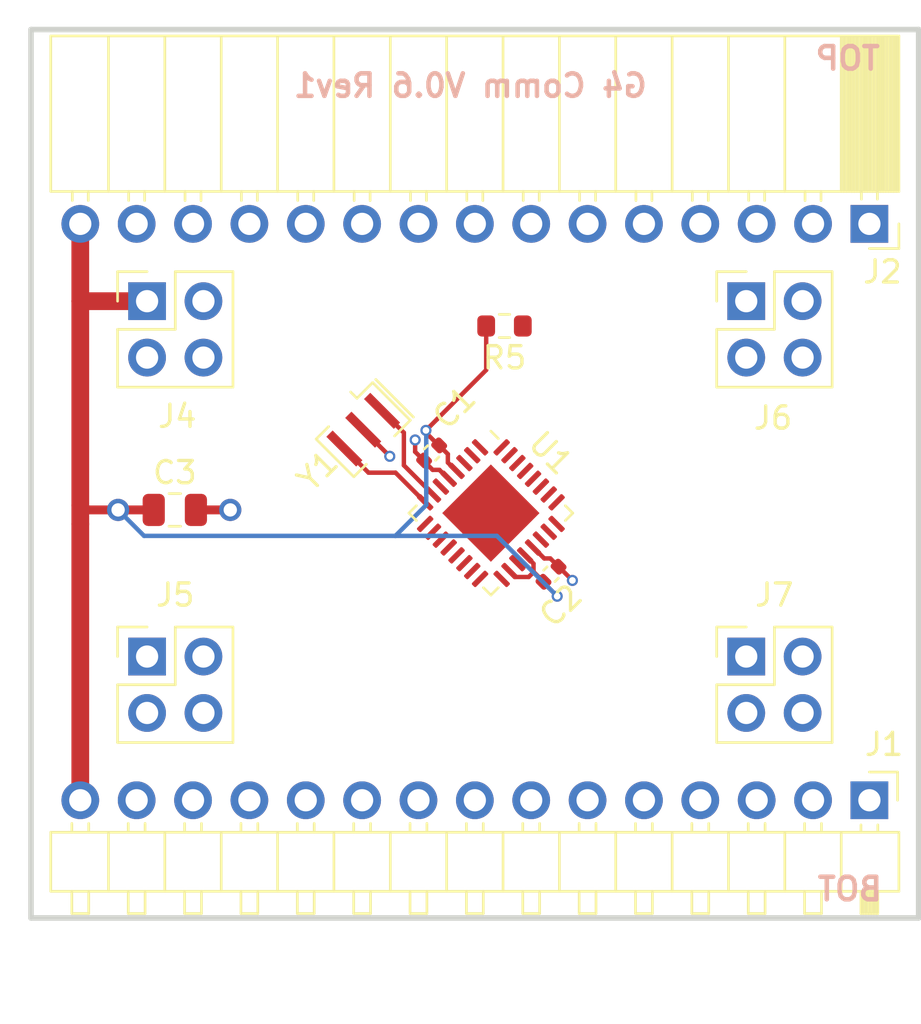
<source format=kicad_pcb>
(kicad_pcb (version 20221018) (generator pcbnew)
  (layers (0 "F.Cu" signal) (1 "In1.Cu" signal) (2 "In2.Cu" signal) (31 "B.Cu" signal) (34 "B.Paste" user) (35 "F.Paste" user) (36 "B.SilkS" user "B.Silkscreen") (37 "F.SilkS" user "F.Silkscreen") (38 "B.Mask" user) (39 "F.Mask" user) (44 "Edge.Cuts" user))
  (net 0 "")
  (net 1 "+5V")
  (net 2 "/B0_CS0")
  (net 3 "/B0_CS1")
  (net 4 "/B0_CS2")
  (net 5 "/B0_CS3")
  (net 6 "/B0_CS4")
  (net 7 "/B0_CS5")
  (net 8 "/B0_CS6")
  (net 9 "/B0_CS7")
  (net 10 "/B0_MISO")
  (net 11 "/B0_MOSI")
  (net 12 "/B0_SCK")
  (net 13 "/B1_CS0")
  (net 14 "/B1_CS1")
  (net 15 "/B1_CS2")
  (net 16 "/B1_CS3")
  (net 17 "/B1_MISO")
  (net 18 "/B1_MOSI")
  (net 19 "/B1_SCK")
  (net 20 "/EXT_INT0")
  (net 21 "/RESET_DRV0")
  (net 22 "/RESET_DRV1")
  (net 23 "/RESET_DRV2")
  (net 24 "/RESET_DRV3")
  (net 25 "/RESET_MSTR")
  (net 26 "/XTAL1")
  (net 27 "/XTAL2")
  (net 28 "GND")
  (footprint "Capacitor_SMD:C_0805_2012Metric" (layer "F.Cu") (at 56.4794 71.628)
    (fp_text reference "C3" (at 0 -1.68) (layer "F.SilkS"))
    (fp_text value "10uF")
    (fp_line (start -0.261252 -0.735) (end 0.261252 -0.735) (stroke (width 0.12)) (layer "F.SilkS"))
    (fp_line (start -0.261252 0.735) (end 0.261252 0.735) (stroke (width 0.12)) (layer "F.SilkS"))
    (pad "1" smd roundrect (at -0.95 0) (size 1 1.45) (layers "F.Cu" "F.Paste" "F.Mask") (net 1 "+5V"))
    (pad "2" smd roundrect (at 0.95 0) (size 1 1.45) (layers "F.Cu" "F.Paste" "F.Mask") (net 28 "GND"))
  )
  (footprint "Connector_PinSocket_2.54mm:PinSocket_2x02_P2.54mm_Vertical" (layer "F.Cu") (at 57.77 62.23)
    (fp_text reference "J4" (at -1.1788 5.1816) (layer "F.SilkS"))
    (fp_text value "2x2 socket")
    (fp_line (start -3.87 -1.33) (end -3.87 0) (stroke (width 0.12)) (layer "F.SilkS"))
    (fp_line (start -3.87 1.27) (end -3.87 3.87) (stroke (width 0.12)) (layer "F.SilkS"))
    (fp_line (start -2.54 -1.33) (end -3.87 -1.33) (stroke (width 0.12)) (layer "F.SilkS"))
    (fp_line (start -1.27 -1.33) (end -1.27 1.27) (stroke (width 0.12)) (layer "F.SilkS"))
    (fp_line (start -1.27 1.27) (end -3.87 1.27) (stroke (width 0.12)) (layer "F.SilkS"))
    (fp_line (start 1.33 -1.33) (end -1.27 -1.33) (stroke (width 0.12)) (layer "F.SilkS"))
    (fp_line (start 1.33 -1.33) (end 1.33 3.87) (stroke (width 0.12)) (layer "F.SilkS"))
    (fp_line (start 1.33 3.87) (end -3.87 3.87) (stroke (width 0.12)) (layer "F.SilkS"))
    (pad "1" thru_hole rect (at -2.54 0) (size 1.7 1.7) (drill 1) (layers "*.Cu" "*.Mask") (net 1 "+5V"))
    (pad "2" thru_hole oval (at 0 0) (size 1.7 1.7) (drill 1) (layers "*.Cu" "*.Mask") (net 13 "/B1_CS0"))
    (pad "3" thru_hole oval (at -2.54 2.54) (size 1.7 1.7) (drill 1) (layers "*.Cu" "*.Mask") (net 19 "/B1_SCK"))
    (pad "4" thru_hole oval (at 0 2.54) (size 1.7 1.7) (drill 1) (layers "*.Cu" "*.Mask") (net 21 "/RESET_DRV0"))
  )
  (footprint "Connector_PinSocket_2.54mm:PinSocket_2x02_P2.54mm_Vertical" (layer "F.Cu") (at 84.77 62.23)
    (fp_text reference "J6" (at -1.331 5.2578) (layer "F.SilkS"))
    (fp_text value "2x2 socket")
    (fp_line (start -3.87 -1.33) (end -3.87 0) (stroke (width 0.12)) (layer "F.SilkS"))
    (fp_line (start -3.87 1.27) (end -3.87 3.87) (stroke (width 0.12)) (layer "F.SilkS"))
    (fp_line (start -2.54 -1.33) (end -3.87 -1.33) (stroke (width 0.12)) (layer "F.SilkS"))
    (fp_line (start -1.27 -1.33) (end -1.27 1.27) (stroke (width 0.12)) (layer "F.SilkS"))
    (fp_line (start -1.27 1.27) (end -3.87 1.27) (stroke (width 0.12)) (layer "F.SilkS"))
    (fp_line (start 1.33 -1.33) (end -1.27 -1.33) (stroke (width 0.12)) (layer "F.SilkS"))
    (fp_line (start 1.33 -1.33) (end 1.33 3.87) (stroke (width 0.12)) (layer "F.SilkS"))
    (fp_line (start 1.33 3.87) (end -3.87 3.87) (stroke (width 0.12)) (layer "F.SilkS"))
    (pad "1" thru_hole rect (at -2.54 0) (size 1.7 1.7) (drill 1) (layers "*.Cu" "*.Mask") (net 18 "/B1_MOSI"))
    (pad "2" thru_hole oval (at 0 0) (size 1.7 1.7) (drill 1) (layers "*.Cu" "*.Mask"))
    (pad "3" thru_hole oval (at -2.54 2.54) (size 1.7 1.7) (drill 1) (layers "*.Cu" "*.Mask") (net 15 "/B1_CS2"))
    (pad "4" thru_hole oval (at 0 2.54) (size 1.7 1.7) (drill 1) (layers "*.Cu" "*.Mask") (net 23 "/RESET_DRV2"))
  )
  (footprint "Connector_PinSocket_2.54mm:PinSocket_2x02_P2.54mm_Vertical" (layer "F.Cu") (at 57.77 78.23)
    (fp_text reference "J5" (at -1.27 -2.77) (layer "F.SilkS"))
    (fp_text value "2x2 socket")
    (fp_line (start -3.87 -1.33) (end -3.87 0) (stroke (width 0.12)) (layer "F.SilkS"))
    (fp_line (start -3.87 1.27) (end -3.87 3.87) (stroke (width 0.12)) (layer "F.SilkS"))
    (fp_line (start -2.54 -1.33) (end -3.87 -1.33) (stroke (width 0.12)) (layer "F.SilkS"))
    (fp_line (start -1.27 -1.33) (end -1.27 1.27) (stroke (width 0.12)) (layer "F.SilkS"))
    (fp_line (start -1.27 1.27) (end -3.87 1.27) (stroke (width 0.12)) (layer "F.SilkS"))
    (fp_line (start 1.33 -1.33) (end -1.27 -1.33) (stroke (width 0.12)) (layer "F.SilkS"))
    (fp_line (start 1.33 -1.33) (end 1.33 3.87) (stroke (width 0.12)) (layer "F.SilkS"))
    (fp_line (start 1.33 3.87) (end -3.87 3.87) (stroke (width 0.12)) (layer "F.SilkS"))
    (pad "1" thru_hole rect (at -2.54 0) (size 1.7 1.7) (drill 1) (layers "*.Cu" "*.Mask") (net 17 "/B1_MISO"))
    (pad "2" thru_hole oval (at 0 0) (size 1.7 1.7) (drill 1) (layers "*.Cu" "*.Mask") (net 14 "/B1_CS1"))
    (pad "3" thru_hole oval (at -2.54 2.54) (size 1.7 1.7) (drill 1) (layers "*.Cu" "*.Mask"))
    (pad "4" thru_hole oval (at 0 2.54) (size 1.7 1.7) (drill 1) (layers "*.Cu" "*.Mask") (net 22 "/RESET_DRV1"))
  )
  (footprint "Connector_PinSocket_2.54mm:PinSocket_2x02_P2.54mm_Vertical" (layer "F.Cu") (at 84.77 78.23)
    (fp_text reference "J7" (at -1.27 -2.77) (layer "F.SilkS"))
    (fp_text value "2x2 socket")
    (fp_line (start -3.87 -1.33) (end -3.87 0) (stroke (width 0.12)) (layer "F.SilkS"))
    (fp_line (start -3.87 1.27) (end -3.87 3.87) (stroke (width 0.12)) (layer "F.SilkS"))
    (fp_line (start -2.54 -1.33) (end -3.87 -1.33) (stroke (width 0.12)) (layer "F.SilkS"))
    (fp_line (start -1.27 -1.33) (end -1.27 1.27) (stroke (width 0.12)) (layer "F.SilkS"))
    (fp_line (start -1.27 1.27) (end -3.87 1.27) (stroke (width 0.12)) (layer "F.SilkS"))
    (fp_line (start 1.33 -1.33) (end -1.27 -1.33) (stroke (width 0.12)) (layer "F.SilkS"))
    (fp_line (start 1.33 -1.33) (end 1.33 3.87) (stroke (width 0.12)) (layer "F.SilkS"))
    (fp_line (start 1.33 3.87) (end -3.87 3.87) (stroke (width 0.12)) (layer "F.SilkS"))
    (pad "1" thru_hole rect (at -2.54 0) (size 1.7 1.7) (drill 1) (layers "*.Cu" "*.Mask") (net 24 "/RESET_DRV3"))
    (pad "2" thru_hole oval (at 0 0) (size 1.7 1.7) (drill 1) (layers "*.Cu" "*.Mask") (net 16 "/B1_CS3"))
    (pad "3" thru_hole oval (at -2.54 2.54) (size 1.7 1.7) (drill 1) (layers "*.Cu" "*.Mask") (net 28 "GND"))
    (pad "4" thru_hole oval (at 0 2.54) (size 1.7 1.7) (drill 1) (layers "*.Cu" "*.Mask"))
  )
  (footprint "Resistor_SMD:R_0603_1608Metric" (layer "F.Cu") (at 71.3364 63.3476 180)
    (fp_text reference "R5" (at 0 -1.43) (layer "F.SilkS"))
    (fp_text value "4.7k")
    (fp_line (start -0.237258 -0.5225) (end 0.237258 -0.5225) (stroke (width 0.12)) (layer "F.SilkS"))
    (fp_line (start -0.237258 0.5225) (end 0.237258 0.5225) (stroke (width 0.12)) (layer "F.SilkS"))
    (pad "1" smd roundrect (at -0.825 0 180) (size 0.8 0.95) (layers "F.Cu" "F.Paste" "F.Mask") (net 25 "/RESET_MSTR"))
    (pad "2" smd roundrect (at 0.825 0 180) (size 0.8 0.95) (layers "F.Cu" "F.Paste" "F.Mask") (net 1 "+5V"))
  )
  (footprint "Connector_custom:PinHeader_1x15_P2.54mm_Horizontal" (layer "F.Cu") (at 87.78 84.7 -90)
    (fp_text reference "J1" (at -2.52 -0.66) (layer "F.SilkS"))
    (fp_text value "1x15 header")
    (fp_line (start -1.27 -1.27) (end 0 -1.27) (stroke (width 0.12)) (layer "F.SilkS"))
    (fp_line (start -1.27 0) (end -1.27 -1.27) (stroke (width 0.12)) (layer "F.SilkS"))
    (fp_line (start 1.042929 2.16) (end 1.44 2.16) (stroke (width 0.12)) (layer "F.SilkS"))
    (fp_line (start 1.042929 2.92) (end 1.44 2.92) (stroke (width 0.12)) (layer "F.SilkS"))
    (fp_line (start 1.042929 4.7) (end 1.44 4.7) (stroke (width 0.12)) (layer "F.SilkS"))
    (fp_line (start 1.042929 5.46) (end 1.44 5.46) (stroke (width 0.12)) (layer "F.SilkS"))
    (fp_line (start 1.042929 7.24) (end 1.44 7.24) (stroke (width 0.12)) (layer "F.SilkS"))
    (fp_line (start 1.042929 8) (end 1.44 8) (stroke (width 0.12)) (layer "F.SilkS"))
    (fp_line (start 1.042929 9.78) (end 1.44 9.78) (stroke (width 0.12)) (layer "F.SilkS"))
    (fp_line (start 1.042929 10.54) (end 1.44 10.54) (stroke (width 0.12)) (layer "F.SilkS"))
    (fp_line (start 1.042929 12.32) (end 1.44 12.32) (stroke (width 0.12)) (layer "F.SilkS"))
    (fp_line (start 1.042929 13.08) (end 1.44 13.08) (stroke (width 0.12)) (layer "F.SilkS"))
    (fp_line (start 1.042929 14.86) (end 1.44 14.86) (stroke (width 0.12)) (layer "F.SilkS"))
    (fp_line (start 1.042929 15.62) (end 1.44 15.62) (stroke (width 0.12)) (layer "F.SilkS"))
    (fp_line (start 1.042929 17.4) (end 1.44 17.4) (stroke (width 0.12)) (layer "F.SilkS"))
    (fp_line (start 1.042929 18.16) (end 1.44 18.16) (stroke (width 0.12)) (layer "F.SilkS"))
    (fp_line (start 1.042929 19.94) (end 1.44 19.94) (stroke (width 0.12)) (layer "F.SilkS"))
    (fp_line (start 1.042929 20.7) (end 1.44 20.7) (stroke (width 0.12)) (layer "F.SilkS"))
    (fp_line (start 1.042929 22.48) (end 1.44 22.48) (stroke (width 0.12)) (layer "F.SilkS"))
    (fp_line (start 1.042929 23.24) (end 1.44 23.24) (stroke (width 0.12)) (layer "F.SilkS"))
    (fp_line (start 1.042929 25.02) (end 1.44 25.02) (stroke (width 0.12)) (layer "F.SilkS"))
    (fp_line (start 1.042929 25.78) (end 1.44 25.78) (stroke (width 0.12)) (layer "F.SilkS"))
    (fp_line (start 1.042929 27.56) (end 1.44 27.56) (stroke (width 0.12)) (layer "F.SilkS"))
    (fp_line (start 1.042929 28.32) (end 1.44 28.32) (stroke (width 0.12)) (layer "F.SilkS"))
    (fp_line (start 1.042929 30.1) (end 1.44 30.1) (stroke (width 0.12)) (layer "F.SilkS"))
    (fp_line (start 1.042929 30.86) (end 1.44 30.86) (stroke (width 0.12)) (layer "F.SilkS"))
    (fp_line (start 1.042929 32.64) (end 1.44 32.64) (stroke (width 0.12)) (layer "F.SilkS"))
    (fp_line (start 1.042929 33.4) (end 1.44 33.4) (stroke (width 0.12)) (layer "F.SilkS"))
    (fp_line (start 1.042929 35.18) (end 1.44 35.18) (stroke (width 0.12)) (layer "F.SilkS"))
    (fp_line (start 1.042929 35.94) (end 1.44 35.94) (stroke (width 0.12)) (layer "F.SilkS"))
    (fp_line (start 1.11 -0.38) (end 1.44 -0.38) (stroke (width 0.12)) (layer "F.SilkS"))
    (fp_line (start 1.11 0.38) (end 1.44 0.38) (stroke (width 0.12)) (layer "F.SilkS"))
    (fp_line (start 1.44 -1.33) (end 1.44 36.89) (stroke (width 0.12)) (layer "F.SilkS"))
    (fp_line (start 1.44 1.27) (end 4.1 1.27) (stroke (width 0.12)) (layer "F.SilkS"))
    (fp_line (start 1.44 3.81) (end 4.1 3.81) (stroke (width 0.12)) (layer "F.SilkS"))
    (fp_line (start 1.44 6.35) (end 4.1 6.35) (stroke (width 0.12)) (layer "F.SilkS"))
    (fp_line (start 1.44 8.89) (end 4.1 8.89) (stroke (width 0.12)) (layer "F.SilkS"))
    (fp_line (start 1.44 11.43) (end 4.1 11.43) (stroke (width 0.12)) (layer "F.SilkS"))
    (fp_line (start 1.44 13.97) (end 4.1 13.97) (stroke (width 0.12)) (layer "F.SilkS"))
    (fp_line (start 1.44 16.51) (end 4.1 16.51) (stroke (width 0.12)) (layer "F.SilkS"))
    (fp_line (start 1.44 19.05) (end 4.1 19.05) (stroke (width 0.12)) (layer "F.SilkS"))
    (fp_line (start 1.44 21.59) (end 4.1 21.59) (stroke (width 0.12)) (layer "F.SilkS"))
    (fp_line (start 1.44 24.13) (end 4.1 24.13) (stroke (width 0.12)) (layer "F.SilkS"))
    (fp_line (start 1.44 26.67) (end 4.1 26.67) (stroke (width 0.12)) (layer "F.SilkS"))
    (fp_line (start 1.44 29.21) (end 4.1 29.21) (stroke (width 0.12)) (layer "F.SilkS"))
    (fp_line (start 1.44 31.75) (end 4.1 31.75) (stroke (width 0.12)) (layer "F.SilkS"))
    (fp_line (start 1.44 34.29) (end 4.1 34.29) (stroke (width 0.12)) (layer "F.SilkS"))
    (fp_line (start 1.44 36.89) (end 4.1 36.89) (stroke (width 0.12)) (layer "F.SilkS"))
    (fp_line (start 4.1 -1.33) (end 1.44 -1.33) (stroke (width 0.12)) (layer "F.SilkS"))
    (fp_line (start 4.1 -0.38) (end 5.1 -0.38) (stroke (width 0.12)) (layer "F.SilkS"))
    (fp_line (start 4.1 -0.32) (end 5.1 -0.32) (stroke (width 0.12)) (layer "F.SilkS"))
    (fp_line (start 4.1 -0.2) (end 5.1 -0.2) (stroke (width 0.12)) (layer "F.SilkS"))
    (fp_line (start 4.1 -0.08) (end 5.1 -0.08) (stroke (width 0.12)) (layer "F.SilkS"))
    (fp_line (start 4.1 0.04) (end 5.1 0.04) (stroke (width 0.12)) (layer "F.SilkS"))
    (fp_line (start 4.1 0.16) (end 5.1 0.16) (stroke (width 0.12)) (layer "F.SilkS"))
    (fp_line (start 4.1 0.28) (end 5.1 0.28) (stroke (width 0.12)) (layer "F.SilkS"))
    (fp_line (start 4.1 2.16) (end 5.1 2.16) (stroke (width 0.12)) (layer "F.SilkS"))
    (fp_line (start 4.1 4.7) (end 5.1 4.7) (stroke (width 0.12)) (layer "F.SilkS"))
    (fp_line (start 4.1 7.24) (end 5.1 7.24) (stroke (width 0.12)) (layer "F.SilkS"))
    (fp_line (start 4.1 9.78) (end 5.1 9.78) (stroke (width 0.12)) (layer "F.SilkS"))
    (fp_line (start 4.1 12.32) (end 5.1 12.32) (stroke (width 0.12)) (layer "F.SilkS"))
    (fp_line (start 4.1 14.86) (end 5.1 14.86) (stroke (width 0.12)) (layer "F.SilkS"))
    (fp_line (start 4.1 17.4) (end 5.1 17.4) (stroke (width 0.12)) (layer "F.SilkS"))
    (fp_line (start 4.1 19.94) (end 5.1 19.94) (stroke (width 0.12)) (layer "F.SilkS"))
    (fp_line (start 4.1 22.48) (end 5.1 22.48) (stroke (width 0.12)) (layer "F.SilkS"))
    (fp_line (start 4.1 25.02) (end 5.1 25.02) (stroke (width 0.12)) (layer "F.SilkS"))
    (fp_line (start 4.1 27.56) (end 5.1 27.56) (stroke (width 0.12)) (layer "F.SilkS"))
    (fp_line (start 4.1 30.1) (end 5.1 30.1) (stroke (width 0.12)) (layer "F.SilkS"))
    (fp_line (start 4.1 32.64) (end 5.1 32.64) (stroke (width 0.12)) (layer "F.SilkS"))
    (fp_line (start 4.1 35.18) (end 5.1 35.18) (stroke (width 0.12)) (layer "F.SilkS"))
    (fp_line (start 4.1 36.89) (end 4.1 -1.33) (stroke (width 0.12)) (layer "F.SilkS"))
    (fp_line (start 5.1 -0.38) (end 5.1 0.38) (stroke (width 0.12)) (layer "F.SilkS"))
    (fp_line (start 5.1 0.38) (end 4.1 0.38) (stroke (width 0.12)) (layer "F.SilkS"))
    (fp_line (start 5.1 2.16) (end 5.1 2.92) (stroke (width 0.12)) (layer "F.SilkS"))
    (fp_line (start 5.1 2.92) (end 4.1 2.92) (stroke (width 0.12)) (layer "F.SilkS"))
    (fp_line (start 5.1 4.7) (end 5.1 5.46) (stroke (width 0.12)) (layer "F.SilkS"))
    (fp_line (start 5.1 5.46) (end 4.1 5.46) (stroke (width 0.12)) (layer "F.SilkS"))
    (fp_line (start 5.1 7.24) (end 5.1 8) (stroke (width 0.12)) (layer "F.SilkS"))
    (fp_line (start 5.1 8) (end 4.1 8) (stroke (width 0.12)) (layer "F.SilkS"))
    (fp_line (start 5.1 9.78) (end 5.1 10.54) (stroke (width 0.12)) (layer "F.SilkS"))
    (fp_line (start 5.1 10.54) (end 4.1 10.54) (stroke (width 0.12)) (layer "F.SilkS"))
    (fp_line (start 5.1 12.32) (end 5.1 13.08) (stroke (width 0.12)) (layer "F.SilkS"))
    (fp_line (start 5.1 13.08) (end 4.1 13.08) (stroke (width 0.12)) (layer "F.SilkS"))
    (fp_line (start 5.1 14.86) (end 5.1 15.62) (stroke (width 0.12)) (layer "F.SilkS"))
    (fp_line (start 5.1 15.62) (end 4.1 15.62) (stroke (width 0.12)) (layer "F.SilkS"))
    (fp_line (start 5.1 17.4) (end 5.1 18.16) (stroke (width 0.12)) (layer "F.SilkS"))
    (fp_line (start 5.1 18.16) (end 4.1 18.16) (stroke (width 0.12)) (layer "F.SilkS"))
    (fp_line (start 5.1 19.94) (end 5.1 20.7) (stroke (width 0.12)) (layer "F.SilkS"))
    (fp_line (start 5.1 20.7) (end 4.1 20.7) (stroke (width 0.12)) (layer "F.SilkS"))
    (fp_line (start 5.1 22.48) (end 5.1 23.24) (stroke (width 0.12)) (layer "F.SilkS"))
    (fp_line (start 5.1 23.24) (end 4.1 23.24) (stroke (width 0.12)) (layer "F.SilkS"))
    (fp_line (start 5.1 25.02) (end 5.1 25.78) (stroke (width 0.12)) (layer "F.SilkS"))
    (fp_line (start 5.1 25.78) (end 4.1 25.78) (stroke (width 0.12)) (layer "F.SilkS"))
    (fp_line (start 5.1 27.56) (end 5.1 28.32) (stroke (width 0.12)) (layer "F.SilkS"))
    (fp_line (start 5.1 28.32) (end 4.1 28.32) (stroke (width 0.12)) (layer "F.SilkS"))
    (fp_line (start 5.1 30.1) (end 5.1 30.86) (stroke (width 0.12)) (layer "F.SilkS"))
    (fp_line (start 5.1 30.86) (end 4.1 30.86) (stroke (width 0.12)) (layer "F.SilkS"))
    (fp_line (start 5.1 32.64) (end 5.1 33.4) (stroke (width 0.12)) (layer "F.SilkS"))
    (fp_line (start 5.1 33.4) (end 4.1 33.4) (stroke (width 0.12)) (layer "F.SilkS"))
    (fp_line (start 5.1 35.18) (end 5.1 35.94) (stroke (width 0.12)) (layer "F.SilkS"))
    (fp_line (start 5.1 35.94) (end 4.1 35.94) (stroke (width 0.12)) (layer "F.SilkS"))
    (pad "1" thru_hole rect (at 0 0 270) (size 1.7 1.7) (drill 1) (layers "*.Cu" "*.Mask") (net 20 "/EXT_INT0"))
    (pad "2" thru_hole oval (at 0 2.54 270) (size 1.7 1.7) (drill 1) (layers "*.Cu" "*.Mask") (net 9 "/B0_CS7"))
    (pad "3" thru_hole oval (at 0 5.08 270) (size 1.7 1.7) (drill 1) (layers "*.Cu" "*.Mask") (net 8 "/B0_CS6"))
    (pad "4" thru_hole oval (at 0 7.62 270) (size 1.7 1.7) (drill 1) (layers "*.Cu" "*.Mask") (net 7 "/B0_CS5"))
    (pad "5" thru_hole oval (at 0 10.16 270) (size 1.7 1.7) (drill 1) (layers "*.Cu" "*.Mask") (net 6 "/B0_CS4"))
    (pad "6" thru_hole oval (at 0 12.7 270) (size 1.7 1.7) (drill 1) (layers "*.Cu" "*.Mask") (net 5 "/B0_CS3"))
    (pad "7" thru_hole oval (at 0 15.24 270) (size 1.7 1.7) (drill 1) (layers "*.Cu" "*.Mask") (net 4 "/B0_CS2"))
    (pad "8" thru_hole oval (at 0 17.78 270) (size 1.7 1.7) (drill 1) (layers "*.Cu" "*.Mask") (net 3 "/B0_CS1"))
    (pad "9" thru_hole oval (at 0 20.32 270) (size 1.7 1.7) (drill 1) (layers "*.Cu" "*.Mask") (net 2 "/B0_CS0"))
    (pad "10" thru_hole oval (at 0 22.86 270) (size 1.7 1.7) (drill 1) (layers "*.Cu" "*.Mask") (net 10 "/B0_MISO"))
    (pad "11" thru_hole oval (at 0 25.4 270) (size 1.7 1.7) (drill 1) (layers "*.Cu" "*.Mask") (net 11 "/B0_MOSI"))
    (pad "12" thru_hole oval (at 0 27.94 270) (size 1.7 1.7) (drill 1) (layers "*.Cu" "*.Mask") (net 12 "/B0_SCK"))
    (pad "13" thru_hole oval (at 0 30.48 270) (size 1.7 1.7) (drill 1) (layers "*.Cu" "*.Mask") (net 25 "/RESET_MSTR"))
    (pad "14" thru_hole oval (at 0 33.02 270) (size 1.7 1.7) (drill 1) (layers "*.Cu" "*.Mask") (net 28 "GND"))
    (pad "15" thru_hole oval (at 0 35.56 270) (size 1.7 1.7) (drill 1) (layers "*.Cu" "*.Mask") (net 1 "+5V"))
  )
  (footprint "Capacitor_SMD:C_0402_1005Metric" (layer "F.Cu") (at 73.4325 74.5232 45)
    (fp_text reference "C2" (at -0.693798 1.315219 45) (layer "F.SilkS"))
    (fp_text value "1uF")
    (fp_line (start -0.107836 -0.36) (end 0.107836 -0.36) (stroke (width 0.12)) (layer "F.SilkS"))
    (fp_line (start -0.107836 0.36) (end 0.107836 0.36) (stroke (width 0.12)) (layer "F.SilkS"))
    (pad "1" smd roundrect (at -0.48 0 45) (size 0.56 0.62) (layers "F.Cu" "F.Paste" "F.Mask") (net 1 "+5V"))
    (pad "2" smd roundrect (at 0.48 0 45) (size 0.56 0.62) (layers "F.Cu" "F.Paste" "F.Mask") (net 28 "GND"))
  )
  (footprint "Connector_custom:PinSocket_1x15_P2.54mm_Horizontal" (layer "F.Cu") (at 87.78 58.75 -90)
    (fp_text reference "J2" (at 2.16 -0.59) (layer "F.SilkS"))
    (fp_text value "1x15 socket")
    (fp_line (start -8.46 -1.33) (end -8.46 36.89) (stroke (width 0.12)) (layer "F.SilkS"))
    (fp_line (start -8.46 -1.33) (end -1.46 -1.33) (stroke (width 0.12)) (layer "F.SilkS"))
    (fp_line (start -8.46 -1.21) (end -1.46 -1.21) (stroke (width 0.12)) (layer "F.SilkS"))
    (fp_line (start -8.46 -1.091905) (end -1.46 -1.091905) (stroke (width 0.12)) (layer "F.SilkS"))
    (fp_line (start -8.46 -0.97381) (end -1.46 -0.97381) (stroke (width 0.12)) (layer "F.SilkS"))
    (fp_line (start -8.46 -0.855715) (end -1.46 -0.855715) (stroke (width 0.12)) (layer "F.SilkS"))
    (fp_line (start -8.46 -0.73762) (end -1.46 -0.73762) (stroke (width 0.12)) (layer "F.SilkS"))
    (fp_line (start -8.46 -0.619525) (end -1.46 -0.619525) (stroke (width 0.12)) (layer "F.SilkS"))
    (fp_line (start -8.46 -0.50143) (end -1.46 -0.50143) (stroke (width 0.12)) (layer "F.SilkS"))
    (fp_line (start -8.46 -0.383335) (end -1.46 -0.383335) (stroke (width 0.12)) (layer "F.SilkS"))
    (fp_line (start -8.46 -0.26524) (end -1.46 -0.26524) (stroke (width 0.12)) (layer "F.SilkS"))
    (fp_line (start -8.46 -0.147145) (end -1.46 -0.147145) (stroke (width 0.12)) (layer "F.SilkS"))
    (fp_line (start -8.46 -0.02905) (end -1.46 -0.02905) (stroke (width 0.12)) (layer "F.SilkS"))
    (fp_line (start -8.46 0.089045) (end -1.46 0.089045) (stroke (width 0.12)) (layer "F.SilkS"))
    (fp_line (start -8.46 0.20714) (end -1.46 0.20714) (stroke (width 0.12)) (layer "F.SilkS"))
    (fp_line (start -8.46 0.325235) (end -1.46 0.325235) (stroke (width 0.12)) (layer "F.SilkS"))
    (fp_line (start -8.46 0.44333) (end -1.46 0.44333) (stroke (width 0.12)) (layer "F.SilkS"))
    (fp_line (start -8.46 0.561425) (end -1.46 0.561425) (stroke (width 0.12)) (layer "F.SilkS"))
    (fp_line (start -8.46 0.67952) (end -1.46 0.67952) (stroke (width 0.12)) (layer "F.SilkS"))
    (fp_line (start -8.46 0.797615) (end -1.46 0.797615) (stroke (width 0.12)) (layer "F.SilkS"))
    (fp_line (start -8.46 0.91571) (end -1.46 0.91571) (stroke (width 0.12)) (layer "F.SilkS"))
    (fp_line (start -8.46 1.033805) (end -1.46 1.033805) (stroke (width 0.12)) (layer "F.SilkS"))
    (fp_line (start -8.46 1.1519) (end -1.46 1.1519) (stroke (width 0.12)) (layer "F.SilkS"))
    (fp_line (start -8.46 1.27) (end -1.46 1.27) (stroke (width 0.12)) (layer "F.SilkS"))
    (fp_line (start -8.46 3.81) (end -1.46 3.81) (stroke (width 0.12)) (layer "F.SilkS"))
    (fp_line (start -8.46 6.35) (end -1.46 6.35) (stroke (width 0.12)) (layer "F.SilkS"))
    (fp_line (start -8.46 8.89) (end -1.46 8.89) (stroke (width 0.12)) (layer "F.SilkS"))
    (fp_line (start -8.46 11.43) (end -1.46 11.43) (stroke (width 0.12)) (layer "F.SilkS"))
    (fp_line (start -8.46 13.97) (end -1.46 13.97) (stroke (width 0.12)) (layer "F.SilkS"))
    (fp_line (start -8.46 16.51) (end -1.46 16.51) (stroke (width 0.12)) (layer "F.SilkS"))
    (fp_line (start -8.46 19.05) (end -1.46 19.05) (stroke (width 0.12)) (layer "F.SilkS"))
    (fp_line (start -8.46 21.59) (end -1.46 21.59) (stroke (width 0.12)) (layer "F.SilkS"))
    (fp_line (start -8.46 24.13) (end -1.46 24.13) (stroke (width 0.12)) (layer "F.SilkS"))
    (fp_line (start -8.46 26.67) (end -1.46 26.67) (stroke (width 0.12)) (layer "F.SilkS"))
    (fp_line (start -8.46 29.21) (end -1.46 29.21) (stroke (width 0.12)) (layer "F.SilkS"))
    (fp_line (start -8.46 31.75) (end -1.46 31.75) (stroke (width 0.12)) (layer "F.SilkS"))
    (fp_line (start -8.46 34.29) (end -1.46 34.29) (stroke (width 0.12)) (layer "F.SilkS"))
    (fp_line (start -8.46 36.89) (end -1.46 36.89) (stroke (width 0.12)) (layer "F.SilkS"))
    (fp_line (start -1.46 -1.33) (end -1.46 36.89) (stroke (width 0.12)) (layer "F.SilkS"))
    (fp_line (start -1.46 -0.36) (end -1.11 -0.36) (stroke (width 0.12)) (layer "F.SilkS"))
    (fp_line (start -1.46 0.36) (end -1.11 0.36) (stroke (width 0.12)) (layer "F.SilkS"))
    (fp_line (start -1.46 2.18) (end -1.05 2.18) (stroke (width 0.12)) (layer "F.SilkS"))
    (fp_line (start -1.46 2.9) (end -1.05 2.9) (stroke (width 0.12)) (layer "F.SilkS"))
    (fp_line (start -1.46 4.72) (end -1.05 4.72) (stroke (width 0.12)) (layer "F.SilkS"))
    (fp_line (start -1.46 5.44) (end -1.05 5.44) (stroke (width 0.12)) (layer "F.SilkS"))
    (fp_line (start -1.46 7.26) (end -1.05 7.26) (stroke (width 0.12)) (layer "F.SilkS"))
    (fp_line (start -1.46 7.98) (end -1.05 7.98) (stroke (width 0.12)) (layer "F.SilkS"))
    (fp_line (start -1.46 9.8) (end -1.05 9.8) (stroke (width 0.12)) (layer "F.SilkS"))
    (fp_line (start -1.46 10.52) (end -1.05 10.52) (stroke (width 0.12)) (layer "F.SilkS"))
    (fp_line (start -1.46 12.34) (end -1.05 12.34) (stroke (width 0.12)) (layer "F.SilkS"))
    (fp_line (start -1.46 13.06) (end -1.05 13.06) (stroke (width 0.12)) (layer "F.SilkS"))
    (fp_line (start -1.46 14.88) (end -1.05 14.88) (stroke (width 0.12)) (layer "F.SilkS"))
    (fp_line (start -1.46 15.6) (end -1.05 15.6) (stroke (width 0.12)) (layer "F.SilkS"))
    (fp_line (start -1.46 17.42) (end -1.05 17.42) (stroke (width 0.12)) (layer "F.SilkS"))
    (fp_line (start -1.46 18.14) (end -1.05 18.14) (stroke (width 0.12)) (layer "F.SilkS"))
    (fp_line (start -1.46 19.96) (end -1.05 19.96) (stroke (width 0.12)) (layer "F.SilkS"))
    (fp_line (start -1.46 20.68) (end -1.05 20.68) (stroke (width 0.12)) (layer "F.SilkS"))
    (fp_line (start -1.46 22.5) (end -1.05 22.5) (stroke (width 0.12)) (layer "F.SilkS"))
    (fp_line (start -1.46 23.22) (end -1.05 23.22) (stroke (width 0.12)) (layer "F.SilkS"))
    (fp_line (start -1.46 25.04) (end -1.05 25.04) (stroke (width 0.12)) (layer "F.SilkS"))
    (fp_line (start -1.46 25.76) (end -1.05 25.76) (stroke (width 0.12)) (layer "F.SilkS"))
    (fp_line (start -1.46 27.58) (end -1.05 27.58) (stroke (width 0.12)) (layer "F.SilkS"))
    (fp_line (start -1.46 28.3) (end -1.05 28.3) (stroke (width 0.12)) (layer "F.SilkS"))
    (fp_line (start -1.46 30.12) (end -1.05 30.12) (stroke (width 0.12)) (layer "F.SilkS"))
    (fp_line (start -1.46 30.84) (end -1.05 30.84) (stroke (width 0.12)) (layer "F.SilkS"))
    (fp_line (start -1.46 32.66) (end -1.05 32.66) (stroke (width 0.12)) (layer "F.SilkS"))
    (fp_line (start -1.46 33.38) (end -1.05 33.38) (stroke (width 0.12)) (layer "F.SilkS"))
    (fp_line (start -1.46 35.2) (end -1.05 35.2) (stroke (width 0.12)) (layer "F.SilkS"))
    (fp_line (start -1.46 35.92) (end -1.05 35.92) (stroke (width 0.12)) (layer "F.SilkS"))
    (fp_line (start 0 -1.33) (end 1.11 -1.33) (stroke (width 0.12)) (layer "F.SilkS"))
    (fp_line (start 1.11 -1.33) (end 1.11 0) (stroke (width 0.12)) (layer "F.SilkS"))
    (pad "1" thru_hole rect (at 0 0 270) (size 1.7 1.7) (drill 1) (layers "*.Cu" "*.Mask") (net 20 "/EXT_INT0"))
    (pad "2" thru_hole oval (at 0 2.54 270) (size 1.7 1.7) (drill 1) (layers "*.Cu" "*.Mask"))
    (pad "3" thru_hole oval (at 0 5.08 270) (size 1.7 1.7) (drill 1) (layers "*.Cu" "*.Mask") (net 9 "/B0_CS7"))
    (pad "4" thru_hole oval (at 0 7.62 270) (size 1.7 1.7) (drill 1) (layers "*.Cu" "*.Mask") (net 8 "/B0_CS6"))
    (pad "5" thru_hole oval (at 0 10.16 270) (size 1.7 1.7) (drill 1) (layers "*.Cu" "*.Mask") (net 7 "/B0_CS5"))
    (pad "6" thru_hole oval (at 0 12.7 270) (size 1.7 1.7) (drill 1) (layers "*.Cu" "*.Mask") (net 6 "/B0_CS4"))
    (pad "7" thru_hole oval (at 0 15.24 270) (size 1.7 1.7) (drill 1) (layers "*.Cu" "*.Mask") (net 5 "/B0_CS3"))
    (pad "8" thru_hole oval (at 0 17.78 270) (size 1.7 1.7) (drill 1) (layers "*.Cu" "*.Mask") (net 4 "/B0_CS2"))
    (pad "9" thru_hole oval (at 0 20.32 270) (size 1.7 1.7) (drill 1) (layers "*.Cu" "*.Mask") (net 3 "/B0_CS1"))
    (pad "10" thru_hole oval (at 0 22.86 270) (size 1.7 1.7) (drill 1) (layers "*.Cu" "*.Mask") (net 10 "/B0_MISO"))
    (pad "11" thru_hole oval (at 0 25.4 270) (size 1.7 1.7) (drill 1) (layers "*.Cu" "*.Mask") (net 11 "/B0_MOSI"))
    (pad "12" thru_hole oval (at 0 27.94 270) (size 1.7 1.7) (drill 1) (layers "*.Cu" "*.Mask") (net 12 "/B0_SCK"))
    (pad "13" thru_hole oval (at 0 30.48 270) (size 1.7 1.7) (drill 1) (layers "*.Cu" "*.Mask") (net 25 "/RESET_MSTR"))
    (pad "14" thru_hole oval (at 0 33.02 270) (size 1.7 1.7) (drill 1) (layers "*.Cu" "*.Mask") (net 28 "GND"))
    (pad "15" thru_hole oval (at 0 35.56 270) (size 1.7 1.7) (drill 1) (layers "*.Cu" "*.Mask") (net 1 "+5V"))
  )
  (footprint "Package_DFN_QFN:QFN-32-1EP_5x5mm_P0.5mm_EP3.1x3.1mm" (layer "F.Cu") (at 70.7219 71.7721 -45)
    (fp_text reference "U1" (at 0 -3.82 135) (layer "F.SilkS"))
    (fp_text value "ATmega328PB-M" hide)
    (fp_line (start -2.61 2.61) (end -2.61 2.135) (stroke (width 0.12)) (layer "F.SilkS"))
    (fp_line (start -2.135 -2.61) (end -2.61 -2.61) (stroke (width 0.12)) (layer "F.SilkS"))
    (fp_line (start -2.135 2.61) (end -2.61 2.61) (stroke (width 0.12)) (layer "F.SilkS"))
    (fp_line (start 2.135 -2.61) (end 2.61 -2.61) (stroke (width 0.12)) (layer "F.SilkS"))
    (fp_line (start 2.135 2.61) (end 2.61 2.61) (stroke (width 0.12)) (layer "F.SilkS"))
    (fp_line (start 2.61 -2.61) (end 2.61 -2.135) (stroke (width 0.12)) (layer "F.SilkS"))
    (fp_line (start 2.61 2.61) (end 2.61 2.135) (stroke (width 0.12)) (layer "F.SilkS"))
    (pad "1" smd roundrect (at -2.4375 -1.75 315) (size 0.875 0.25) (layers "F.Cu" "F.Paste" "F.Mask") (net 13 "/B1_CS0"))
    (pad "2" smd roundrect (at -2.4375 -1.25 315) (size 0.875 0.25) (layers "F.Cu" "F.Paste" "F.Mask") (net 19 "/B1_SCK"))
    (pad "3" smd roundrect (at -2.4375 -0.75 315) (size 0.875 0.25) (layers "F.Cu" "F.Paste" "F.Mask"))
    (pad "4" smd roundrect (at -2.4375 -0.25 315) (size 0.875 0.25) (layers "F.Cu" "F.Paste" "F.Mask") (net 1 "+5V"))
    (pad "5" smd roundrect (at -2.4375 0.25 315) (size 0.875 0.25) (layers "F.Cu" "F.Paste" "F.Mask") (net 28 "GND"))
    (pad "6" smd roundrect (at -2.4375 0.75 315) (size 0.875 0.25) (layers "F.Cu" "F.Paste" "F.Mask"))
    (pad "7" smd roundrect (at -2.4375 1.25 315) (size 0.875 0.25) (layers "F.Cu" "F.Paste" "F.Mask") (net 26 "/XTAL1"))
    (pad "8" smd roundrect (at -2.4375 1.75 315) (size 0.875 0.25) (layers "F.Cu" "F.Paste" "F.Mask") (net 27 "/XTAL2"))
    (pad "9" smd roundrect (at -1.75 2.4375 315) (size 0.25 0.875) (layers "F.Cu" "F.Paste" "F.Mask") (net 14 "/B1_CS1"))
    (pad "10" smd roundrect (at -1.25 2.4375 315) (size 0.25 0.875) (layers "F.Cu" "F.Paste" "F.Mask") (net 15 "/B1_CS2"))
    (pad "11" smd roundrect (at -0.75 2.4375 315) (size 0.25 0.875) (layers "F.Cu" "F.Paste" "F.Mask") (net 16 "/B1_CS3"))
    (pad "12" smd roundrect (at -0.25 2.4375 315) (size 0.25 0.875) (layers "F.Cu" "F.Paste" "F.Mask"))
    (pad "13" smd roundrect (at 0.25 2.4375 315) (size 0.25 0.875) (layers "F.Cu" "F.Paste" "F.Mask"))
    (pad "14" smd roundrect (at 0.75 2.4375 315) (size 0.25 0.875) (layers "F.Cu" "F.Paste" "F.Mask") (net 2 "/B0_CS0"))
    (pad "15" smd roundrect (at 1.25 2.4375 315) (size 0.25 0.875) (layers "F.Cu" "F.Paste" "F.Mask") (net 11 "/B0_MOSI"))
    (pad "16" smd roundrect (at 1.75 2.4375 315) (size 0.25 0.875) (layers "F.Cu" "F.Paste" "F.Mask") (net 10 "/B0_MISO"))
    (pad "17" smd roundrect (at 2.4375 1.75 315) (size 0.875 0.25) (layers "F.Cu" "F.Paste" "F.Mask") (net 12 "/B0_SCK"))
    (pad "18" smd roundrect (at 2.4375 1.25 315) (size 0.875 0.25) (layers "F.Cu" "F.Paste" "F.Mask") (net 1 "+5V"))
    (pad "19" smd roundrect (at 2.4375 0.75 315) (size 0.875 0.25) (layers "F.Cu" "F.Paste" "F.Mask"))
    (pad "20" smd roundrect (at 2.4375 0.25 315) (size 0.875 0.25) (layers "F.Cu" "F.Paste" "F.Mask") (net 1 "+5V"))
    (pad "21" smd roundrect (at 2.4375 -0.25 315) (size 0.875 0.25) (layers "F.Cu" "F.Paste" "F.Mask") (net 28 "GND"))
    (pad "22" smd roundrect (at 2.4375 -0.75 315) (size 0.875 0.25) (layers "F.Cu" "F.Paste" "F.Mask"))
    (pad "23" smd roundrect (at 2.4375 -1.25 315) (size 0.875 0.25) (layers "F.Cu" "F.Paste" "F.Mask") (net 21 "/RESET_DRV0"))
    (pad "24" smd roundrect (at 2.4375 -1.75 315) (size 0.875 0.25) (layers "F.Cu" "F.Paste" "F.Mask") (net 22 "/RESET_DRV1"))
    (pad "25" smd roundrect (at 1.75 -2.4375 315) (size 0.25 0.875) (layers "F.Cu" "F.Paste" "F.Mask") (net 23 "/RESET_DRV2"))
    (pad "26" smd roundrect (at 1.25 -2.4375 315) (size 0.25 0.875) (layers "F.Cu" "F.Paste" "F.Mask") (net 24 "/RESET_DRV3"))
    (pad "27" smd roundrect (at 0.75 -2.4375 315) (size 0.25 0.875) (layers "F.Cu" "F.Paste" "F.Mask"))
    (pad "28" smd roundrect (at 0.25 -2.4375 315) (size 0.25 0.875) (layers "F.Cu" "F.Paste" "F.Mask"))
    (pad "29" smd roundrect (at -0.25 -2.4375 315) (size 0.25 0.875) (layers "F.Cu" "F.Paste" "F.Mask") (net 25 "/RESET_MSTR"))
    (pad "30" smd roundrect (at -0.75 -2.4375 315) (size 0.25 0.875) (layers "F.Cu" "F.Paste" "F.Mask") (net 17 "/B1_MISO"))
    (pad "31" smd roundrect (at -1.25 -2.4375 315) (size 0.25 0.875) (layers "F.Cu" "F.Paste" "F.Mask") (net 18 "/B1_MOSI"))
    (pad "32" smd roundrect (at -1.75 -2.4375 315) (size 0.25 0.875) (layers "F.Cu" "F.Paste" "F.Mask") (net 20 "/EXT_INT0"))
    (pad "33" smd rect (at 0 0 315) (size 3.1 3.1) (layers "F.Cu" "F.Mask") (net 28 "GND"))
  )
  (footprint "Capacitor_SMD:C_0402_1005Metric" (layer "F.Cu") (at 68.0525 69.0638 -135)
    (fp_text reference "C1" (at -2.163676 0.711731 45) (layer "F.SilkS"))
    (fp_text value "1uF")
    (fp_line (start -0.107836 -0.36) (end 0.107836 -0.36) (stroke (width 0.12)) (layer "F.SilkS"))
    (fp_line (start -0.107836 0.36) (end 0.107836 0.36) (stroke (width 0.12)) (layer "F.SilkS"))
    (pad "1" smd roundrect (at -0.48 0 225) (size 0.56 0.62) (layers "F.Cu" "F.Paste" "F.Mask") (net 1 "+5V"))
    (pad "2" smd roundrect (at 0.48 0 225) (size 0.56 0.62) (layers "F.Cu" "F.Paste" "F.Mask") (net 28 "GND"))
  )
  (footprint "Crystal:Resonator_SMD_Murata_CSTxExxV-3Pin_3.0x1.1mm" (layer "F.Cu") (at 64.9698 68.0157 -135)
    (fp_text reference "Y1" (at 2.759798 0.141421 45) (layer "F.SilkS"))
    (fp_text value "20MHz")
    (fp_line (start -2 -1.2) (end -2 0.8) (stroke (width 0.12)) (layer "F.SilkS"))
    (fp_line (start -2 0.8) (end -2 1.2) (stroke (width 0.12)) (layer "F.SilkS"))
    (fp_line (start -1.8 -1.2) (end -0.8 -1.2) (stroke (width 0.12)) (layer "F.SilkS"))
    (fp_line (start -1.8 0.8) (end -1.8 -1.2) (stroke (width 0.12)) (layer "F.SilkS"))
    (fp_line (start -1.8 0.8) (end -1.8 1.2) (stroke (width 0.12)) (layer "F.SilkS"))
    (fp_line (start -0.8 1.2) (end -1.8 1.2) (stroke (width 0.12)) (layer "F.SilkS"))
    (fp_line (start -0.8 1.2) (end -0.8 1.6) (stroke (width 0.12)) (layer "F.SilkS"))
    (fp_line (start 1 -1.2) (end 1.8 -1.2) (stroke (width 0.12)) (layer "F.SilkS"))
    (fp_line (start 1.8 -1.2) (end 1.8 0.8) (stroke (width 0.12)) (layer "F.SilkS"))
    (fp_line (start 1.8 0.8) (end 1.8 1.2) (stroke (width 0.12)) (layer "F.SilkS"))
    (fp_line (start 1.8 1.2) (end 1 1.2) (stroke (width 0.12)) (layer "F.SilkS"))
    (pad "1" smd rect (at -1.2 0 225) (size 0.4 1.9) (layers "F.Cu" "F.Paste" "F.Mask") (net 26 "/XTAL1"))
    (pad "2" smd rect (at 0 0 225) (size 0.4 1.9) (layers "F.Cu" "F.Paste" "F.Mask") (net 28 "GND"))
    (pad "3" smd rect (at 1.2 0 225) (size 0.4 1.9) (layers "F.Cu" "F.Paste" "F.Mask") (net 27 "/XTAL2"))
  )
  (gr_line (start 90 90) (end 90 50) (stroke (width 0.25)) (layer "Edge.Cuts"))
  (gr_line (start 90 50) (end 50 50) (stroke (width 0.25)) (layer "Edge.Cuts"))
  (gr_line (start 50 50) (end 50 90) (stroke (width 0.25)) (layer "Edge.Cuts"))
  (gr_line (start 50 90) (end 90 90) (stroke (width 0.25)) (layer "Edge.Cuts"))
  (gr_text "BOT" (at 86.9 88.7) (layer "B.SilkS") (effects (font (size 1.016 1.016) (thickness 0.2032)) (justify mirror)))
  (gr_text "G4 Comm V0.6 Rev1" (at 69.7992 52.5272) (layer "B.SilkS") (effects (font (size 1.016 1.016) (thickness 0.2032)) (justify mirror)))
  (gr_text "TOP" (at 86.8 51.3) (layer "B.SilkS") (effects (font (size 1.016 1.016) (thickness 0.2032)) (justify mirror)))
  (segment (start 72.644 74.047753) (end 72.644 74.413522) (width 0.2) (layer "F.Cu") (net 1))
  (segment (start 68.7832 69.115678) (end 68.391911 68.724389) (width 0.2) (layer "F.Cu") (net 1))
  (segment (start 52.22 71.4248) (end 52.22 72.263) (width 0.8) (layer "F.Cu") (net 1))
  (segment (start 69.175104 69.871751) (end 69.160551 69.871751) (width 0.2) (layer "F.Cu") (net 1))
  (segment (start 68.368789 68.724389) (end 68.391911 68.724389) (width 0.2) (layer "F.Cu") (net 1))
  (segment (start 67.795444 68.151044) (end 68.368789 68.724389) (width 0.2) (layer "F.Cu") (net 1))
  (segment (start 52.225 72.258) (end 52.22 72.263) (width 0.2) (layer "F.Cu") (net 1))
  (segment (start 67.795444 68.046894) (end 68.2884 67.553938) (width 0.2) (layer "F.Cu") (net 1))
  (segment (start 68.2884 67.5508) (end 70.5114 65.3278) (width 0.2) (layer "F.Cu") (net 1))
  (segment (start 55.5294 71.628) (end 52.4232 71.628) (width 0.4) (layer "F.Cu") (net 1))
  (segment (start 52.22 72.263) (end 52.22 84.7) (width 0.8) (layer "F.Cu") (net 1))
  (segment (start 73.7108 75.5142) (end 73.093089 74.896489) (width 0.2) (layer "F.Cu") (net 1))
  (segment (start 52.22 62.23) (end 52.22 71.4248) (width 0.8) (layer "F.Cu") (net 1))
  (segment (start 68.7832 69.4944) (end 68.7832 69.115678) (width 0.2) (layer "F.Cu") (net 1))
  (segment (start 71.561589 74.379556) (end 71.829895 74.647862) (width 0.2) (layer "F.Cu") (net 1))
  (segment (start 72.644 74.413522) (end 72.652478 74.422) (width 0.2) (layer "F.Cu") (net 1))
  (segment (start 72.426616 74.647862) (end 72.652478 74.422) (width 0.2) (layer "F.Cu") (net 1))
  (segment (start 72.268696 73.672449) (end 72.644 74.047753) (width 0.2) (layer "F.Cu") (net 1))
  (segment (start 55.23 62.23) (end 52.22 62.23) (width 0.8) (layer "F.Cu") (net 1))
  (segment (start 67.795444 68.046894) (end 67.795444 68.151044) (width 0.2) (layer "F.Cu") (net 1))
  (segment (start 73.093089 74.896489) (end 73.093089 74.862611) (width 0.2) (layer "F.Cu") (net 1))
  (segment (start 72.652478 74.422) (end 73.093089 74.862611) (width 0.2) (layer "F.Cu") (net 1))
  (segment (start 68.2884 67.553938) (end 68.2884 67.5508) (width 0.2) (layer "F.Cu") (net 1))
  (segment (start 52.22 58.75) (end 52.22 62.23) (width 0.8) (layer "F.Cu") (net 1))
  (segment (start 52.4232 71.628) (end 52.22 71.4248) (width 0.2) (layer "F.Cu") (net 1))
  (segment (start 69.160551 69.871751) (end 68.7832 69.4944) (width 0.2) (layer "F.Cu") (net 1))
  (segment (start 70.5114 65.3278) (end 70.5114 63.3476) (width 0.2) (layer "F.Cu") (net 1))
  (segment (start 71.829895 74.647862) (end 72.426616 74.647862) (width 0.2) (layer "F.Cu") (net 1))
  (via (at 67.795444 68.046894) (size 0.5) (drill 0.3) (layers "F.Cu" "B.Cu") (net 1))
  (via (at 53.9242 71.628) (size 1) (drill 0.6) (layers "F.Cu" "B.Cu") (net 1))
  (via (at 73.7108 75.5142) (size 0.5) (drill 0.3) (layers "F.Cu" "B.Cu") (net 1))
  (segment (start 53.9242 71.628) (end 53.9242 71.8312) (width 0.4) (layer "B.Cu") (net 1))
  (segment (start 67.81 71.4074) (end 66.421 72.7964) (width 0.2) (layer "B.Cu") (net 1))
  (segment (start 55.0926 72.7964) (end 53.9242 71.628) (width 0.2) (layer "B.Cu") (net 1))
  (segment (start 67.795444 68.046894) (end 67.81 68.06145) (width 0.2) (layer "B.Cu") (net 1))
  (segment (start 55.0926 72.7964) (end 66.421 72.7964) (width 0.2) (layer "B.Cu") (net 1))
  (segment (start 66.421 72.7964) (end 70.993 72.7964) (width 0.2) (layer "B.Cu") (net 1))
  (segment (start 67.81 68.06145) (end 67.81 71.4074) (width 0.2) (layer "B.Cu") (net 1))
  (segment (start 70.993 72.7964) (end 73.7108 75.5142) (width 0.2) (layer "B.Cu") (net 1))
  (segment (start 66.802 69.619967) (end 66.802 68.150844) (width 0.2) (layer "F.Cu") (net 26))
  (segment (start 66.802 68.150844) (end 65.818328 67.167172) (width 0.2) (layer "F.Cu") (net 26))
  (segment (start 68.114444 70.932411) (end 66.802 69.619967) (width 0.2) (layer "F.Cu") (net 26))
  (segment (start 64.121272 68.864228) (end 65.208644 69.9516) (width 0.2) (layer "F.Cu") (net 27))
  (segment (start 65.208644 69.9516) (end 66.426526 69.9516) (width 0.2) (layer "F.Cu") (net 27))
  (segment (start 66.426526 69.9516) (end 67.76089 71.285964) (width 0.2) (layer "F.Cu") (net 27))
  (segment (start 68.4022 69.8246) (end 68.0974 69.8246) (width 0.2) (layer "F.Cu") (net 28))
  (segment (start 64.9698 68.0178) (end 64.9698 68.0157) (width 0.2) (layer "F.Cu") (net 28))
  (segment (start 72.633096 73.318896) (end 73.1266 73.8124) (width 0.2) (layer "F.Cu") (net 28))
  (segment (start 73.777389 74.183789) (end 74.3966 74.803) (width 0.2) (layer "F.Cu") (net 28))
  (segment (start 72.622249 73.318896) (end 72.633096 73.318896) (width 0.2) (layer "F.Cu") (net 28))
  (segment (start 73.1266 73.8124) (end 73.400522 73.8124) (width 0.2) (layer "F.Cu") (net 28))
  (segment (start 67.31 68.4784) (end 67.31 69.0118) (width 0.2) (layer "F.Cu") (net 28))
  (segment (start 67.701411 69.403211) (end 67.713089 69.403211) (width 0.2) (layer "F.Cu") (net 28))
  (segment (start 67.713089 69.440289) (end 68.0974 69.8246) (width 0.2) (layer "F.Cu") (net 28))
  (segment (start 67.713089 69.403211) (end 67.713089 69.440289) (width 0.2) (layer "F.Cu") (net 28))
  (segment (start 67.31 69.0118) (end 67.701411 69.403211) (width 0.2) (layer "F.Cu") (net 28))
  (segment (start 66.167 69.215) (end 64.9698 68.0178) (width 0.2) (layer "F.Cu") (net 28))
  (segment (start 73.771911 74.183789) (end 73.777389 74.183789) (width 0.2) (layer "F.Cu") (net 28))
  (segment (start 57.4294 71.628) (end 58.9788 71.628) (width 0.4) (layer "F.Cu") (net 28))
  (segment (start 68.802904 70.225304) (end 68.4022 69.8246) (width 0.2) (layer "F.Cu") (net 28))
  (segment (start 73.400522 73.8124) (end 73.771911 74.183789) (width 0.2) (layer "F.Cu") (net 28))
  (segment (start 68.821551 70.225304) (end 68.802904 70.225304) (width 0.2) (layer "F.Cu") (net 28))
  (via (at 74.3966 74.803) (size 0.5) (drill 0.3) (layers "F.Cu" "B.Cu") (net 28))
  (via (at 58.9788 71.628) (size 1) (drill 0.6) (layers "F.Cu" "B.Cu") (net 28))
  (via (at 67.31 68.4784) (size 0.5) (drill 0.3) (layers "F.Cu" "B.Cu") (net 28))
  (via (at 66.167 69.215) (size 0.5) (drill 0.3) (layers "F.Cu" "B.Cu") (net 28))
)
</source>
